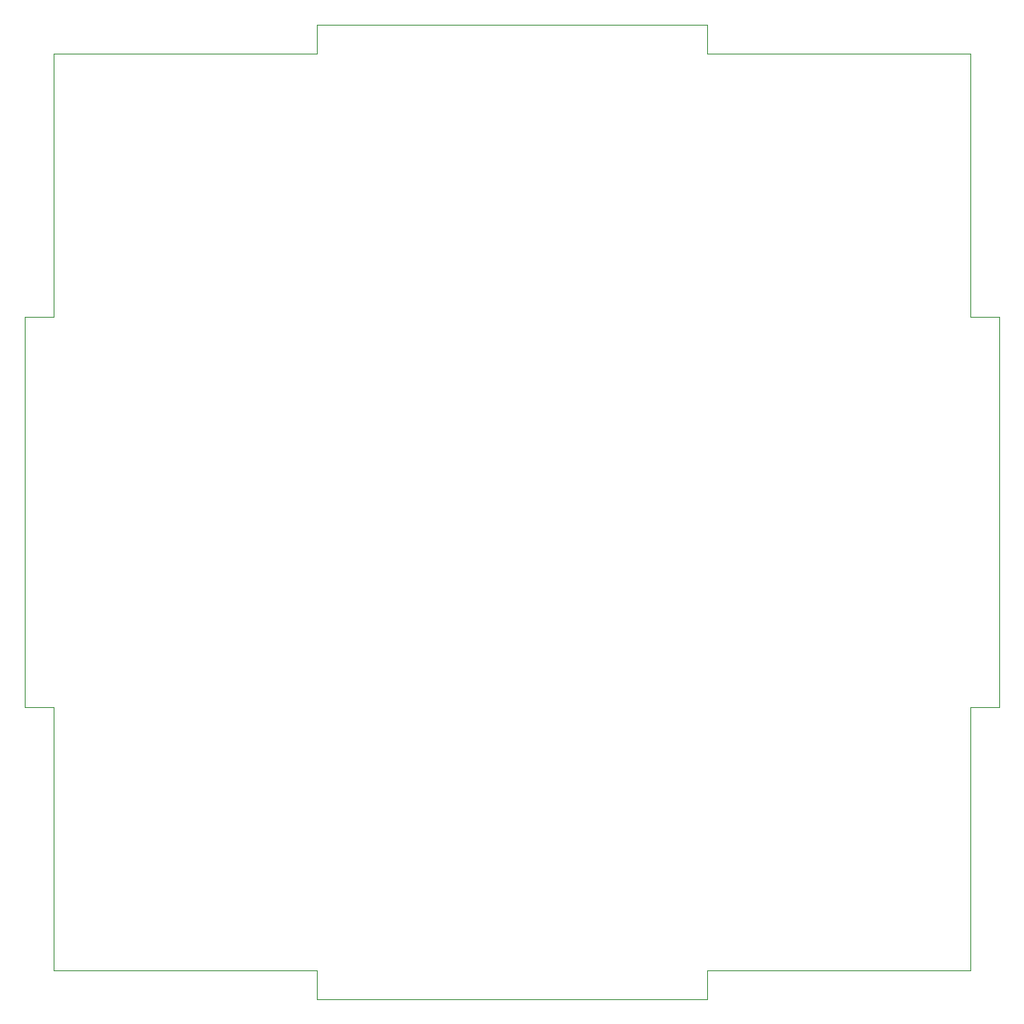
<source format=gbr>
%TF.GenerationSoftware,KiCad,Pcbnew,(5.1.6)-1*%
%TF.CreationDate,2020-10-02T15:44:05+02:00*%
%TF.ProjectId,PTnglieder,50546e67-6c69-4656-9465-722e6b696361,rev?*%
%TF.SameCoordinates,Original*%
%TF.FileFunction,Profile,NP*%
%FSLAX46Y46*%
G04 Gerber Fmt 4.6, Leading zero omitted, Abs format (unit mm)*
G04 Created by KiCad (PCBNEW (5.1.6)-1) date 2020-10-02 15:44:05*
%MOMM*%
%LPD*%
G01*
G04 APERTURE LIST*
%TA.AperFunction,Profile*%
%ADD10C,0.050000*%
%TD*%
G04 APERTURE END LIST*
D10*
X53000000Y-120000000D02*
X50000000Y-120000000D01*
X53000000Y-147000000D02*
X53000000Y-120000000D01*
X80000000Y-147000000D02*
X80000000Y-150000000D01*
X53000000Y-147000000D02*
X80000000Y-147000000D01*
X147000000Y-120000000D02*
X150000000Y-120000000D01*
X147000000Y-147000000D02*
X147000000Y-120000000D01*
X120000000Y-147000000D02*
X120000000Y-150000000D01*
X147000000Y-147000000D02*
X120000000Y-147000000D01*
X147000000Y-80000000D02*
X150000000Y-80000000D01*
X147000000Y-53000000D02*
X147000000Y-80000000D01*
X120000000Y-53000000D02*
X120000000Y-50000000D01*
X147000000Y-53000000D02*
X120000000Y-53000000D01*
X80000000Y-53000000D02*
X80000000Y-50000000D01*
X53000000Y-53000000D02*
X80000000Y-53000000D01*
X53000000Y-80000000D02*
X50000000Y-80000000D01*
X53000000Y-53000000D02*
X53000000Y-80000000D01*
X50000000Y-120000000D02*
X50000000Y-80000000D01*
X120000000Y-150000000D02*
X80000000Y-150000000D01*
X150000000Y-80000000D02*
X150000000Y-120000000D01*
X80000000Y-50000000D02*
X120000000Y-50000000D01*
M02*

</source>
